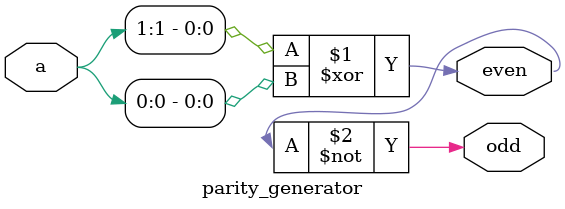
<source format=v>
module parity_generator(input[1:0] a,output even,odd);

// even = A xor B
// odd =  ~(A xor B)

xor(even,a[1],a[0]);
not(odd,even);

endmodule 
</source>
